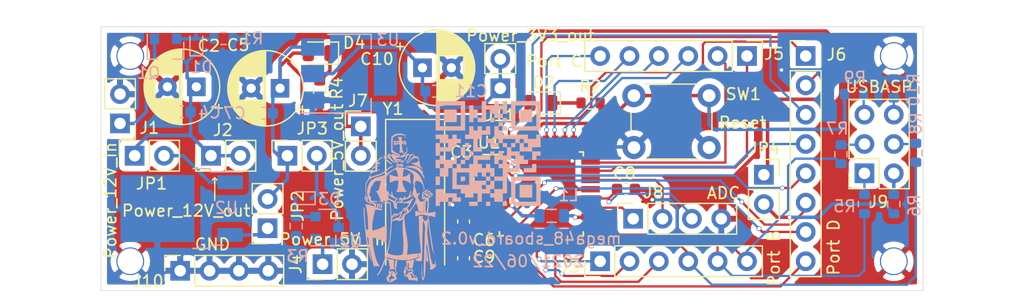
<source format=kicad_pcb>
(kicad_pcb (version 20171130) (host pcbnew "(5.1.7)-1")
  (title_block (title mega48_super_board) (date 2021-06-22) (rev v0.2) (comment 1 "Developers: piro.tex, mostovsky"))
  (layers (0 F.Cu signal) (31 B.Cu signal) (34 B.Paste user) (35 F.Paste user) (36 B.SilkS user) (37 F.SilkS user) (38 B.Mask user) (39 F.Mask user) (44 Edge.Cuts user))
  (net 0 "")
  (net 1 GND)
  (net 2 +5V)
  (net 3 "Net-(C2-Pad1)")
  (net 4 /XTAL1)
  (net 5 /AREF)
  (net 6 /XTAL2)
  (net 7 "Net-(C10-Pad1)")
  (net 8 "Net-(D1-Pad2)")
  (net 9 "Net-(D2-Pad1)")
  (net 10 "Net-(D3-Pad1)")
  (net 11 "Net-(D3-Pad2)")
  (net 12 "Net-(D4-Pad1)")
  (net 13 "Net-(J1-Pad1)")
  (net 14 /SCK)
  (net 15 /MISO)
  (net 16 /MOSI)
  (net 17 /PB2)
  (net 18 /PB1)
  (net 19 /PB0)
  (net 20 "Net-(J4-Pad1)")
  (net 21 /PC5)
  (net 22 /PC4)
  (net 23 /PC3)
  (net 24 /PC2)
  (net 25 /PC1)
  (net 26 /PC0)
  (net 27 /PD7)
  (net 28 /PD6)
  (net 29 /PD5)
  (net 30 /PD4)
  (net 31 /PD3)
  (net 32 /PD2)
  (net 33 /PD1)
  (net 34 /PD0)
  (net 35 /ADC7)
  (net 36 /ADC6)
  (net 37 "Net-(J9-Pad6)")
  (net 38 "Net-(J9-Pad5)")
  (net 39 "Net-(J9-Pad4)")
  (net 40 "Net-(J9-Pad3)")
  (net 41 "Net-(J9-Pad2)")
  (net 42 "Net-(J9-Pad1)")
  (net 43 "Net-(JP1-Pad2)")
  (net 44 "Net-(JP2-Pad1)")
  (net 45 "Net-(JP4-Pad2)")
  (net 46 "Net-(L1-Pad2)")
  (net 47 /RESET)
  (module mine:qr_code_front_10mm (layer B.Cu) (at 109.728 127.8255 180)
    (fp_text reference G*** hide)
    (fp_text value LOGO hide)
  )
  (module mine:knight_10x13mm (layer B.Cu) (at 102.0445 132.5245 180)
    (fp_text reference G*** hide)
    (fp_text value LOGO hide)
  )
  (module MountingHole:MountingHole_2.2mm_M2_Pad (layer F.Cu) (at 144.78 137.16)
    (fp_text reference REF**)
    (fp_text value MountingHole_2.2mm_M2_Pad)
    (pad 1 thru_hole circle (at 0 0) (size 2.4 2.4) (drill 2.2) (layers *.Cu *.Mask) (net 1 GND))
  )
  (module MountingHole:MountingHole_2.2mm_M2_Pad (layer F.Cu) (at 144.78 119.38)
    (fp_text reference REF**)
    (fp_text value MountingHole_2.2mm_M2_Pad)
    (pad 1 thru_hole circle (at 0 0) (size 2.4 2.4) (drill 2.2) (layers *.Cu *.Mask) (net 1 GND))
  )
  (module MountingHole:MountingHole_2.2mm_M2_Pad (layer F.Cu) (at 78.74 137.16)
    (fp_text reference REF**)
    (fp_text value MountingHole_2.2mm_M2_Pad)
    (pad 1 thru_hole circle (at 0 0) (size 2.4 2.4) (drill 2.2) (layers *.Cu *.Mask) (net 1 GND))
  )
  (module Connector_PinSocket_2.54mm:PinSocket_2x03_P2.54mm_Vertical (layer F.Cu) (at 142.24 129.54 180)
    (fp_text reference J9 (at -1.2065 -2.4765) (layer F.SilkS))
    (fp_text value USBASP (at -1.27 7.493) (layer F.SilkS))
    (pad 6 thru_hole oval (at -2.54 5.08 180) (size 1.7 1.7) (drill 1) (layers *.Cu *.Mask) (net 37 "Net-(J9-Pad6)"))
    (pad 5 thru_hole oval (at 0 5.08 180) (size 1.7 1.7) (drill 1) (layers *.Cu *.Mask) (net 38 "Net-(J9-Pad5)"))
    (pad 4 thru_hole oval (at -2.54 2.54 180) (size 1.7 1.7) (drill 1) (layers *.Cu *.Mask) (net 39 "Net-(J9-Pad4)"))
    (pad 3 thru_hole oval (at 0 2.54 180) (size 1.7 1.7) (drill 1) (layers *.Cu *.Mask) (net 40 "Net-(J9-Pad3)"))
    (pad 2 thru_hole oval (at -2.54 0 180) (size 1.7 1.7) (drill 1) (layers *.Cu *.Mask) (net 41 "Net-(J9-Pad2)"))
    (pad 1 thru_hole rect (at 0 0 180) (size 1.7 1.7) (drill 1) (layers *.Cu *.Mask) (net 42 "Net-(J9-Pad1)"))
  )
  (module Connector_PinHeader_2.54mm:PinHeader_1x08_P2.54mm_Vertical (layer F.Cu) (at 137.16 119.38)
    (fp_text reference J6 (at 2.667 -0.127) (layer F.SilkS))
    (fp_text value "Port D" (at 2.413 16.5735 90) (layer F.SilkS))
    (pad 8 thru_hole oval (at 0 17.78) (size 1.7 1.7) (drill 1) (layers *.Cu *.Mask) (net 27 /PD7))
    (pad 7 thru_hole oval (at 0 15.24) (size 1.7 1.7) (drill 1) (layers *.Cu *.Mask) (net 28 /PD6))
    (pad 6 thru_hole oval (at 0 12.7) (size 1.7 1.7) (drill 1) (layers *.Cu *.Mask) (net 29 /PD5))
    (pad 5 thru_hole oval (at 0 10.16) (size 1.7 1.7) (drill 1) (layers *.Cu *.Mask) (net 30 /PD4))
    (pad 4 thru_hole oval (at 0 7.62) (size 1.7 1.7) (drill 1) (layers *.Cu *.Mask) (net 31 /PD3))
    (pad 3 thru_hole oval (at 0 5.08) (size 1.7 1.7) (drill 1) (layers *.Cu *.Mask) (net 32 /PD2))
    (pad 2 thru_hole oval (at 0 2.54) (size 1.7 1.7) (drill 1) (layers *.Cu *.Mask) (net 33 /PD1))
    (pad 1 thru_hole rect (at 0 0) (size 1.7 1.7) (drill 1) (layers *.Cu *.Mask) (net 34 /PD0))
  )
  (module Connector_PinHeader_2.54mm:PinHeader_1x06_P2.54mm_Vertical (layer F.Cu) (at 132.08 119.38 270)
    (fp_text reference J5 (at -0.1905 -2.3495 180) (layer F.SilkS))
    (fp_text value "Port C" (at 0.4445 16.7005 180) (layer F.SilkS))
    (pad 6 thru_hole oval (at 0 12.7 270) (size 1.7 1.7) (drill 1) (layers *.Cu *.Mask) (net 21 /PC5))
    (pad 5 thru_hole oval (at 0 10.16 270) (size 1.7 1.7) (drill 1) (layers *.Cu *.Mask) (net 22 /PC4))
    (pad 4 thru_hole oval (at 0 7.62 270) (size 1.7 1.7) (drill 1) (layers *.Cu *.Mask) (net 23 /PC3))
    (pad 3 thru_hole oval (at 0 5.08 270) (size 1.7 1.7) (drill 1) (layers *.Cu *.Mask) (net 24 /PC2))
    (pad 2 thru_hole oval (at 0 2.54 270) (size 1.7 1.7) (drill 1) (layers *.Cu *.Mask) (net 25 /PC1))
    (pad 1 thru_hole rect (at 0 0 270) (size 1.7 1.7) (drill 1) (layers *.Cu *.Mask) (net 26 /PC0))
  )
  (module Connector_PinHeader_2.54mm:PinHeader_1x06_P2.54mm_Vertical (layer F.Cu) (at 119.38 137.16 90)
    (fp_text reference J3 (at -0.4445 -2.6035 180) (layer F.SilkS))
    (fp_text value "Port B" (at 0.254 15.03 90) (layer F.SilkS))
    (pad 6 thru_hole oval (at 0 12.7 90) (size 1.7 1.7) (drill 1) (layers *.Cu *.Mask) (net 14 /SCK))
    (pad 5 thru_hole oval (at 0 10.16 90) (size 1.7 1.7) (drill 1) (layers *.Cu *.Mask) (net 15 /MISO))
    (pad 4 thru_hole oval (at 0 7.62 90) (size 1.7 1.7) (drill 1) (layers *.Cu *.Mask) (net 16 /MOSI))
    (pad 3 thru_hole oval (at 0 5.08 90) (size 1.7 1.7) (drill 1) (layers *.Cu *.Mask) (net 17 /PB2))
    (pad 2 thru_hole oval (at 0 2.54 90) (size 1.7 1.7) (drill 1) (layers *.Cu *.Mask) (net 18 /PB1))
    (pad 1 thru_hole rect (at 0 0 90) (size 1.7 1.7) (drill 1) (layers *.Cu *.Mask) (net 19 /PB0))
  )
  (module MountingHole:MountingHole_2.2mm_M2_Pad (layer F.Cu) (at 78.74 119.38)
    (fp_text reference REF**)
    (fp_text value MountingHole_2.2mm_M2_Pad)
    (pad 1 thru_hole circle (at 0 0) (size 2.4 2.4) (drill 2.2) (layers *.Cu *.Mask) (net 1 GND))
  )
  (module Package_TO_SOT_SMD:TO-252-2 (layer B.Cu) (at 83.185 132.588 180)
    (fp_text reference U2 (at -3.8735 0.0635) (layer B.SilkS) (effects (justify mirror)))
    (fp_text value LM78M05_DPAK)
    (pad 2 smd rect (at 2.1 0 180) (size 6.4 5.8) (layers B.Cu B.Mask) (net 1 GND))
    (pad 3 smd rect (at -4.2 -2.28 180) (size 2.2 1.2) (layers B.Cu B.Paste B.Mask) (net 44 "Net-(JP2-Pad1)"))
    (pad 1 smd rect (at -4.2 2.28 180) (size 2.2 1.2) (layers B.Cu B.Paste B.Mask) (net 43 "Net-(JP1-Pad2)"))
  )
  (module Crystal:Crystal_SMD_HC49-SD (layer F.Cu) (at 103.378 131.572 270)
    (fp_text reference Y1 (at -7.62 1.905 180) (layer F.SilkS))
    (fp_text value HC49)
    (pad 2 smd rect (at 4.25 0 270) (size 4.5 2) (layers F.Cu F.Paste F.Mask) (net 6 /XTAL2))
    (pad 1 smd rect (at -4.25 0 270) (size 4.5 2) (layers F.Cu F.Paste F.Mask) (net 4 /XTAL1))
  )
  (module Package_TO_SOT_SMD:SOT-223 (layer B.Cu) (at 97.663 120.904)
    (fp_text reference U3 (at 3.3655 -2.921) (layer B.SilkS) (effects (justify mirror)))
    (fp_text value AZ1117-3.3)
    (pad 1 smd rect (at -3.15 2.3) (size 2 1.5) (layers B.Cu B.Paste B.Mask) (net 1 GND))
    (pad 3 smd rect (at -3.15 -2.3) (size 2 1.5) (layers B.Cu B.Paste B.Mask) (net 2 +5V))
    (pad 2 smd rect (at -3.15 0) (size 2 1.5) (layers B.Cu B.Paste B.Mask) (net 7 "Net-(C10-Pad1)"))
    (pad 4 smd rect (at 3.15 0) (size 2 3.8) (layers B.Cu B.Paste B.Mask))
  )
  (module Package_QFP:TQFP-32_7x7mm_P0.8mm (layer F.Cu) (at 114.3 131.318)
    (fp_text reference U1 (at -4.5085 -4.445) (layer F.SilkS))
    (fp_text value ATmega48-20AU)
    (pad 32 smd rect (at -2.8 -4.25 90) (size 1.6 0.55) (layers F.Cu F.Paste F.Mask) (net 32 /PD2))
    (pad 31 smd rect (at -2 -4.25 90) (size 1.6 0.55) (layers F.Cu F.Paste F.Mask) (net 33 /PD1))
    (pad 30 smd rect (at -1.2 -4.25 90) (size 1.6 0.55) (layers F.Cu F.Paste F.Mask) (net 34 /PD0))
    (pad 29 smd rect (at -0.4 -4.25 90) (size 1.6 0.55) (layers F.Cu F.Paste F.Mask) (net 47 /RESET))
    (pad 28 smd rect (at 0.4 -4.25 90) (size 1.6 0.55) (layers F.Cu F.Paste F.Mask) (net 21 /PC5))
    (pad 27 smd rect (at 1.2 -4.25 90) (size 1.6 0.55) (layers F.Cu F.Paste F.Mask) (net 22 /PC4))
    (pad 26 smd rect (at 2 -4.25 90) (size 1.6 0.55) (layers F.Cu F.Paste F.Mask) (net 23 /PC3))
    (pad 25 smd rect (at 2.8 -4.25 90) (size 1.6 0.55) (layers F.Cu F.Paste F.Mask) (net 24 /PC2))
    (pad 24 smd rect (at 4.25 -2.8) (size 1.6 0.55) (layers F.Cu F.Paste F.Mask) (net 25 /PC1))
    (pad 23 smd rect (at 4.25 -2) (size 1.6 0.55) (layers F.Cu F.Paste F.Mask) (net 26 /PC0))
    (pad 22 smd rect (at 4.25 -1.2) (size 1.6 0.55) (layers F.Cu F.Paste F.Mask) (net 35 /ADC7))
    (pad 21 smd rect (at 4.25 -0.4) (size 1.6 0.55) (layers F.Cu F.Paste F.Mask) (net 1 GND))
    (pad 20 smd rect (at 4.25 0.4) (size 1.6 0.55) (layers F.Cu F.Paste F.Mask) (net 5 /AREF))
    (pad 19 smd rect (at 4.25 1.2) (size 1.6 0.55) (layers F.Cu F.Paste F.Mask) (net 36 /ADC6))
    (pad 18 smd rect (at 4.25 2) (size 1.6 0.55) (layers F.Cu F.Paste F.Mask) (net 46 "Net-(L1-Pad2)"))
    (pad 17 smd rect (at 4.25 2.8) (size 1.6 0.55) (layers F.Cu F.Paste F.Mask) (net 14 /SCK))
    (pad 16 smd rect (at 2.8 4.25 90) (size 1.6 0.55) (layers F.Cu F.Paste F.Mask) (net 15 /MISO))
    (pad 15 smd rect (at 2 4.25 90) (size 1.6 0.55) (layers F.Cu F.Paste F.Mask) (net 16 /MOSI))
    (pad 14 smd rect (at 1.2 4.25 90) (size 1.6 0.55) (layers F.Cu F.Paste F.Mask) (net 17 /PB2))
    (pad 13 smd rect (at 0.4 4.25 90) (size 1.6 0.55) (layers F.Cu F.Paste F.Mask) (net 18 /PB1))
    (pad 12 smd rect (at -0.4 4.25 90) (size 1.6 0.55) (layers F.Cu F.Paste F.Mask) (net 19 /PB0))
    (pad 11 smd rect (at -1.2 4.25 90) (size 1.6 0.55) (layers F.Cu F.Paste F.Mask) (net 27 /PD7))
    (pad 10 smd rect (at -2 4.25 90) (size 1.6 0.55) (layers F.Cu F.Paste F.Mask) (net 28 /PD6))
    (pad 9 smd rect (at -2.8 4.25 90) (size 1.6 0.55) (layers F.Cu F.Paste F.Mask) (net 29 /PD5))
    (pad 8 smd rect (at -4.25 2.8) (size 1.6 0.55) (layers F.Cu F.Paste F.Mask) (net 6 /XTAL2))
    (pad 7 smd rect (at -4.25 2) (size 1.6 0.55) (layers F.Cu F.Paste F.Mask) (net 4 /XTAL1))
    (pad 6 smd rect (at -4.25 1.2) (size 1.6 0.55) (layers F.Cu F.Paste F.Mask) (net 2 +5V))
    (pad 5 smd rect (at -4.25 0.4) (size 1.6 0.55) (layers F.Cu F.Paste F.Mask) (net 1 GND))
    (pad 4 smd rect (at -4.25 -0.4) (size 1.6 0.55) (layers F.Cu F.Paste F.Mask) (net 2 +5V))
    (pad 3 smd rect (at -4.25 -1.2) (size 1.6 0.55) (layers F.Cu F.Paste F.Mask) (net 1 GND))
    (pad 2 smd rect (at -4.25 -2) (size 1.6 0.55) (layers F.Cu F.Paste F.Mask) (net 30 /PD4))
    (pad 1 smd rect (at -4.25 -2.8) (size 1.6 0.55) (layers F.Cu F.Paste F.Mask) (net 31 /PD3))
  )
  (module Button_Switch_THT:SW_PUSH_6mm (layer F.Cu) (at 122.301 122.809)
    (fp_text reference SW1 (at 9.4615 -0.127) (layer F.SilkS))
    (fp_text value Reset (at 9.398 2.3495) (layer F.SilkS))
    (pad 1 thru_hole circle (at 6.5 0 90) (size 2 2) (drill 1.1) (layers *.Cu *.Mask) (net 47 /RESET))
    (pad 2 thru_hole circle (at 6.5 4.5 90) (size 2 2) (drill 1.1) (layers *.Cu *.Mask) (net 1 GND))
    (pad 1 thru_hole circle (at 0 0 90) (size 2 2) (drill 1.1) (layers *.Cu *.Mask) (net 47 /RESET))
    (pad 2 thru_hole circle (at 0 4.5 90) (size 2 2) (drill 1.1) (layers *.Cu *.Mask) (net 1 GND))
  )
  (module Resistor_SMD:R_0603_1608Metric (layer B.Cu) (at 146.685 127.762 270)
    (fp_text reference R8 (at -2.54 0 90) (layer B.SilkS) (effects (justify mirror)))
    (fp_text value 10R)
    (pad 2 smd roundrect (at 0.825 0 270) (size 0.8 0.95) (layers B.Cu B.Paste B.Mask) (net 16 /MOSI))
    (pad 1 smd roundrect (at -0.825 0 270) (size 0.8 0.95) (layers B.Cu B.Paste B.Mask) (net 39 "Net-(J9-Pad4)"))
  )
  (module Resistor_SMD:R_0603_1608Metric (layer B.Cu) (at 140.208 127.889 270)
    (fp_text reference R7 (at -2.2225 0.3175 180) (layer B.SilkS) (effects (justify mirror)))
    (fp_text value 10R)
    (pad 2 smd roundrect (at 0.825 0 270) (size 0.8 0.95) (layers B.Cu B.Paste B.Mask) (net 14 /SCK))
    (pad 1 smd roundrect (at -0.825 0 270) (size 0.8 0.95) (layers B.Cu B.Paste B.Mask) (net 40 "Net-(J9-Pad3)"))
  )
  (module Resistor_SMD:R_0603_1608Metric (layer B.Cu) (at 144.78 122.174 90)
    (fp_text reference R10 (at -0.127 1.7145 90) (layer B.SilkS) (effects (justify mirror)))
    (fp_text value 1R8)
    (pad 2 smd roundrect (at 0.825 0 90) (size 0.8 0.95) (layers B.Cu B.Paste B.Mask) (net 1 GND))
    (pad 1 smd roundrect (at -0.825 0 90) (size 0.8 0.95) (layers B.Cu B.Paste B.Mask) (net 37 "Net-(J9-Pad6)"))
  )
  (module Resistor_SMD:R_0603_1608Metric (layer B.Cu) (at 141.351 122.682 180)
    (fp_text reference R9 (at -0.0635 1.43) (layer B.SilkS) (effects (justify mirror)))
    (fp_text value 10R)
    (pad 2 smd roundrect (at 0.825 0 180) (size 0.8 0.95) (layers B.Cu B.Paste B.Mask) (net 47 /RESET))
    (pad 1 smd roundrect (at -0.825 0 180) (size 0.8 0.95) (layers B.Cu B.Paste B.Mask) (net 38 "Net-(J9-Pad5)"))
  )
  (module Resistor_SMD:R_0603_1608Metric (layer B.Cu) (at 142.24 132.207 270)
    (fp_text reference R5 (at 0.1905 1.7145 180) (layer B.SilkS) (effects (justify mirror)))
    (fp_text value 10R)
    (pad 2 smd roundrect (at 0.825 0 270) (size 0.8 0.95) (layers B.Cu B.Paste B.Mask) (net 15 /MISO))
    (pad 1 smd roundrect (at -0.825 0 270) (size 0.8 0.95) (layers B.Cu B.Paste B.Mask) (net 42 "Net-(J9-Pad1)"))
  )
  (module Resistor_SMD:R_0603_1608Metric (layer B.Cu) (at 144.78 132.207 270)
    (fp_text reference R6 (at 0.127 -1.778 270) (layer B.SilkS) (effects (justify mirror)))
    (fp_text value 1R8)
    (pad 2 smd roundrect (at 0.825 0 270) (size 0.8 0.95) (layers B.Cu B.Paste B.Mask) (net 45 "Net-(JP4-Pad2)"))
    (pad 1 smd roundrect (at -0.825 0 270) (size 0.8 0.95) (layers B.Cu B.Paste B.Mask) (net 41 "Net-(J9-Pad2)"))
  )
  (module Resistor_SMD:R_0603_1608Metric (layer F.Cu) (at 95.123 122.365 270)
    (fp_text reference R4 (at -0.191 -1.4605 90) (layer F.SilkS))
    (fp_text value 3k3)
    (pad 2 smd roundrect (at 0.825 0 270) (size 0.8 0.95) (layers F.Cu F.Paste F.Mask) (net 1 GND))
    (pad 1 smd roundrect (at -0.825 0 270) (size 0.8 0.95) (layers F.Cu F.Paste F.Mask) (net 12 "Net-(D4-Pad1)"))
  )
  (module Resistor_SMD:R_0603_1608Metric (layer B.Cu) (at 93.091 134.112 270)
    (fp_text reference R3 (at 2.6035 -0.127 180) (layer B.SilkS) (effects (justify mirror)))
    (fp_text value 10k)
    (pad 2 smd roundrect (at 0.825 0 270) (size 0.8 0.95) (layers B.Cu B.Paste B.Mask) (net 1 GND))
    (pad 1 smd roundrect (at -0.825 0 270) (size 0.8 0.95) (layers B.Cu B.Paste B.Mask) (net 11 "Net-(D3-Pad2)"))
  )
  (module Resistor_SMD:R_0603_1608Metric (layer F.Cu) (at 118.554 123.444)
    (fp_text reference R2 (at 0 -1.43) (layer F.SilkS))
    (fp_text value 3k3)
    (pad 2 smd roundrect (at 0.825 0) (size 0.8 0.95) (layers F.Cu F.Paste F.Mask) (net 47 /RESET))
    (pad 1 smd roundrect (at -0.825 0) (size 0.8 0.95) (layers F.Cu F.Paste F.Mask) (net 9 "Net-(D2-Pad1)"))
  )
  (module Resistor_SMD:R_0603_1608Metric (layer B.Cu) (at 86.804 117.856)
    (fp_text reference R1 (at 2.477 0) (layer B.SilkS) (effects (justify mirror)))
    (fp_text value 10k)
    (pad 2 smd roundrect (at 0.825 0) (size 0.8 0.95) (layers B.Cu B.Paste B.Mask) (net 1 GND))
    (pad 1 smd roundrect (at -0.825 0) (size 0.8 0.95) (layers B.Cu B.Paste B.Mask) (net 8 "Net-(D1-Pad2)"))
  )
  (module Package_TO_SOT_SMD:SOT-23 (layer B.Cu) (at 95.758 134.239)
    (fp_text reference Q2 (at 2.032 1.2065) (layer B.SilkS) (effects (justify mirror)))
    (fp_text value p_channel)
    (pad 3 smd rect (at 1 0) (size 0.9 0.8) (layers B.Cu B.Paste B.Mask) (net 10 "Net-(D3-Pad1)"))
    (pad 2 smd rect (at -1 -0.95) (size 0.9 0.8) (layers B.Cu B.Paste B.Mask) (net 11 "Net-(D3-Pad2)"))
    (pad 1 smd rect (at -1 0.95) (size 0.9 0.8) (layers B.Cu B.Paste B.Mask) (net 20 "Net-(J4-Pad1)"))
  )
  (module Package_TO_SOT_SMD:SOT-23 (layer B.Cu) (at 81.788 118.888 270)
    (fp_text reference Q1 (at 1.9525 1.4605 180) (layer B.SilkS) (effects (justify mirror)))
    (fp_text value p_channel)
    (pad 3 smd rect (at 1 0 270) (size 0.9 0.8) (layers B.Cu B.Paste B.Mask) (net 3 "Net-(C2-Pad1)"))
    (pad 2 smd rect (at -1 -0.95 270) (size 0.9 0.8) (layers B.Cu B.Paste B.Mask) (net 8 "Net-(D1-Pad2)"))
    (pad 1 smd rect (at -1 0.95 270) (size 0.9 0.8) (layers B.Cu B.Paste B.Mask) (net 13 "Net-(J1-Pad1)"))
  )
  (module Inductor_SMD:L_0805_2012Metric (layer B.Cu) (at 115.189 133.223)
    (fp_text reference L1 (at 1.4605 -1.778 180) (layer B.SilkS) (effects (justify mirror)))
    (fp_text value 10u)
    (pad 2 smd roundrect (at 1.0625 0) (size 0.875 1.2) (layers B.Cu B.Paste B.Mask) (net 46 "Net-(L1-Pad2)"))
    (pad 1 smd roundrect (at -1.0625 0) (size 0.875 1.2) (layers B.Cu B.Paste B.Mask) (net 2 +5V))
  )
  (module Connector_PinSocket_2.54mm:PinSocket_1x02_P2.54mm_Vertical (layer F.Cu) (at 133.5405 129.667)
    (fp_text reference JP4 (at 0.0635 -2.286) (layer F.SilkS))
    (fp_text value Jumper_NO_Small)
    (pad 2 thru_hole oval (at 0 2.54) (size 1.7 1.7) (drill 1) (layers *.Cu *.Mask) (net 45 "Net-(JP4-Pad2)"))
    (pad 1 thru_hole rect (at 0 0) (size 1.7 1.7) (drill 1) (layers *.Cu *.Mask) (net 2 +5V))
  )
  (module Connector_PinSocket_2.54mm:PinSocket_1x02_P2.54mm_Vertical (layer F.Cu) (at 92.329 128.016 90)
    (fp_text reference JP3 (at 2.3495 2.159 180) (layer F.SilkS))
    (fp_text value Jumper_NO_Small)
    (pad 2 thru_hole oval (at 0 2.54 90) (size 1.7 1.7) (drill 1) (layers *.Cu *.Mask) (net 10 "Net-(D3-Pad1)"))
    (pad 1 thru_hole rect (at 0 0 90) (size 1.7 1.7) (drill 1) (layers *.Cu *.Mask) (net 2 +5V))
  )
  (module Connector_PinSocket_2.54mm:PinSocket_1x02_P2.54mm_Vertical (layer F.Cu) (at 90.6145 134.3025 180)
    (fp_text reference JP2 (at -2.6035 1.905 90) (layer F.SilkS))
    (fp_text value Jumper_NO_Small)
    (pad 2 thru_hole oval (at 0 2.54 180) (size 1.7 1.7) (drill 1) (layers *.Cu *.Mask) (net 2 +5V))
    (pad 1 thru_hole rect (at 0 0 180) (size 1.7 1.7) (drill 1) (layers *.Cu *.Mask) (net 44 "Net-(JP2-Pad1)"))
  )
  (module Connector_PinSocket_2.54mm:PinSocket_1x02_P2.54mm_Vertical (layer F.Cu) (at 79.121 128.016 90)
    (fp_text reference JP1 (at -2.413 1.4605 180) (layer F.SilkS))
    (fp_text value Jumper_NO_Small)
    (pad 2 thru_hole oval (at 0 2.54 90) (size 1.7 1.7) (drill 1) (layers *.Cu *.Mask) (net 43 "Net-(JP1-Pad2)"))
    (pad 1 thru_hole rect (at 0 0 90) (size 1.7 1.7) (drill 1) (layers *.Cu *.Mask) (net 3 "Net-(C2-Pad1)"))
  )
  (module Connector_PinHeader_2.54mm:PinHeader_1x02_P2.54mm_Vertical (layer F.Cu) (at 110.744 122.174 180)
    (fp_text reference J11 (at 0 -2.33) (layer F.SilkS))
    (fp_text value Power_3V3_out (at -2.6035 4.572) (layer F.SilkS))
    (pad 2 thru_hole oval (at 0 2.54 180) (size 1.7 1.7) (drill 1) (layers *.Cu *.Mask) (net 7 "Net-(C10-Pad1)"))
    (pad 1 thru_hole rect (at 0 0 180) (size 1.7 1.7) (drill 1) (layers *.Cu *.Mask) (net 7 "Net-(C10-Pad1)"))
  )
  (module Connector_PinSocket_2.54mm:PinSocket_1x04_P2.54mm_Vertical (layer F.Cu) (at 83.058 137.9855 90)
    (fp_text reference J10 (at -0.889 -2.77 180) (layer F.SilkS))
    (fp_text value GND (at 2.286 2.794 180) (layer F.SilkS))
    (pad 4 thru_hole oval (at 0 7.62 90) (size 1.7 1.7) (drill 1) (layers *.Cu *.Mask) (net 1 GND))
    (pad 3 thru_hole oval (at 0 5.08 90) (size 1.7 1.7) (drill 1) (layers *.Cu *.Mask) (net 1 GND))
    (pad 2 thru_hole oval (at 0 2.54 90) (size 1.7 1.7) (drill 1) (layers *.Cu *.Mask) (net 1 GND))
    (pad 1 thru_hole rect (at 0 0 90) (size 1.7 1.7) (drill 1) (layers *.Cu *.Mask) (net 1 GND))
  )
  (module Connector_PinSocket_2.54mm:PinSocket_1x04_P2.54mm_Vertical (layer F.Cu) (at 122.2375 133.477 90)
    (fp_text reference J8 (at 2.286 1.778 180) (layer F.SilkS))
    (fp_text value ADC (at 2.2225 7.8105 180) (layer F.SilkS))
    (pad 4 thru_hole oval (at 0 7.62 90) (size 1.7 1.7) (drill 1) (layers *.Cu *.Mask) (net 1 GND))
    (pad 3 thru_hole oval (at 0 5.08 90) (size 1.7 1.7) (drill 1) (layers *.Cu *.Mask) (net 5 /AREF))
    (pad 2 thru_hole oval (at 0 2.54 90) (size 1.7 1.7) (drill 1) (layers *.Cu *.Mask) (net 35 /ADC7))
    (pad 1 thru_hole rect (at 0 0 90) (size 1.7 1.7) (drill 1) (layers *.Cu *.Mask) (net 36 /ADC6))
  )
  (module Connector_PinHeader_2.54mm:PinHeader_1x02_P2.54mm_Vertical (layer F.Cu) (at 98.679 125.476)
    (fp_text reference J7 (at -0.254 -2.2225) (layer F.SilkS))
    (fp_text value Power_5V_out (at -2.032 3.1115 90) (layer F.SilkS))
    (pad 2 thru_hole oval (at 0 2.54) (size 1.7 1.7) (drill 1) (layers *.Cu *.Mask) (net 2 +5V))
    (pad 1 thru_hole rect (at 0 0) (size 1.7 1.7) (drill 1) (layers *.Cu *.Mask) (net 2 +5V))
  )
  (module Connector_PinHeader_2.54mm:PinHeader_1x02_P2.54mm_Vertical (layer F.Cu) (at 95.377 137.414 90)
    (fp_text reference J4 (at 0 -2.33 90) (layer F.SilkS))
    (fp_text value Power_5V_in (at 2.159 0.8255 180) (layer F.SilkS))
    (pad 2 thru_hole oval (at 0 2.54 90) (size 1.7 1.7) (drill 1) (layers *.Cu *.Mask) (net 1 GND))
    (pad 1 thru_hole rect (at 0 0 90) (size 1.7 1.7) (drill 1) (layers *.Cu *.Mask) (net 20 "Net-(J4-Pad1)"))
  )
  (module Connector_PinHeader_2.54mm:PinHeader_1x02_P2.54mm_Vertical (layer F.Cu) (at 85.725 128.016 90)
    (fp_text reference J2 (at 2.2225 1.016 180) (layer F.SilkS))
    (fp_text value Power_12V_out (at -4.7625 -2.159 180) (layer F.SilkS))
    (pad 2 thru_hole oval (at 0 2.54 90) (size 1.7 1.7) (drill 1) (layers *.Cu *.Mask) (net 3 "Net-(C2-Pad1)"))
    (pad 1 thru_hole rect (at 0 0 90) (size 1.7 1.7) (drill 1) (layers *.Cu *.Mask) (net 3 "Net-(C2-Pad1)"))
  )
  (module Connector_PinHeader_2.54mm:PinHeader_1x02_P2.54mm_Vertical (layer F.Cu) (at 77.851 125.222 180)
    (fp_text reference J1 (at -2.54 -0.381) (layer F.SilkS))
    (fp_text value Power_12V_in (at 0.8255 -6.6675 90) (layer F.SilkS))
    (pad 2 thru_hole oval (at 0 2.54 180) (size 1.7 1.7) (drill 1) (layers *.Cu *.Mask) (net 1 GND))
    (pad 1 thru_hole rect (at 0 0 180) (size 1.7 1.7) (drill 1) (layers *.Cu *.Mask) (net 13 "Net-(J1-Pad1)"))
  )
  (module Diode_SMD:D_0805_2012Metric (layer F.Cu) (at 95.0745 119.126 180)
    (fp_text reference D4 (at -3.033 0.889) (layer F.SilkS))
    (fp_text value LED)
    (pad 2 smd roundrect (at 0.9375 0 180) (size 0.975 1.4) (layers F.Cu F.Paste F.Mask) (net 2 +5V))
    (pad 1 smd roundrect (at -0.9375 0 180) (size 0.975 1.4) (layers F.Cu F.Paste F.Mask) (net 12 "Net-(D4-Pad1)"))
  )
  (module Diode_SMD:D_SC-80 (layer B.Cu) (at 93.726 131.699 180)
    (fp_text reference D3 (at -2.2225 -0.0635) (layer B.SilkS) (effects (justify mirror)))
    (fp_text value BZX84Cxx)
    (pad 1 smd rect (at -0.725 0 180) (size 0.35 0.35) (layers B.Cu B.Paste B.Mask) (net 10 "Net-(D3-Pad1)"))
    (pad 2 smd rect (at 0.725 0 180) (size 0.35 0.35) (layers B.Cu B.Paste B.Mask) (net 11 "Net-(D3-Pad2)"))
  )
  (module Diode_SMD:D_0805_2012Metric (layer F.Cu) (at 114.2515 123.444 180)
    (fp_text reference D2 (at -0.239 1.778) (layer F.SilkS))
    (fp_text value LED)
    (pad 2 smd roundrect (at 0.9375 0 180) (size 0.975 1.4) (layers F.Cu F.Paste F.Mask) (net 2 +5V))
    (pad 1 smd roundrect (at -0.9375 0 180) (size 0.975 1.4) (layers F.Cu F.Paste F.Mask) (net 9 "Net-(D2-Pad1)"))
  )
  (module Diode_SMD:D_SC-80 (layer B.Cu) (at 84.455 118.364 90)
    (fp_text reference D1 (at -1.9685 0.4445 180) (layer B.SilkS) (effects (justify mirror)))
    (fp_text value BZX84Cxx)
    (pad 1 smd rect (at -0.725 0 90) (size 0.35 0.35) (layers B.Cu B.Paste B.Mask) (net 3 "Net-(C2-Pad1)"))
    (pad 2 smd rect (at 0.725 0 90) (size 0.35 0.35) (layers B.Cu B.Paste B.Mask) (net 8 "Net-(D1-Pad2)"))
  )
  (module Capacitor_SMD:C_0603_1608Metric (layer B.Cu) (at 105.029 122.428)
    (fp_text reference C11 (at 3.175 0) (layer B.SilkS) (effects (justify mirror)))
    (fp_text value 100n)
    (pad 2 smd roundrect (at 0.775 0) (size 0.9 0.95) (layers B.Cu B.Paste B.Mask) (net 1 GND))
    (pad 1 smd roundrect (at -0.775 0) (size 0.9 0.95) (layers B.Cu B.Paste B.Mask) (net 7 "Net-(C10-Pad1)"))
  )
  (module Capacitor_THT:CP_Radial_D6.3mm_P2.50mm (layer F.Cu) (at 104.013 120.396)
    (fp_text reference C10 (at -3.937 -0.762) (layer F.SilkS))
    (fp_text value 220u)
    (pad 2 thru_hole circle (at 2.5 0) (size 1.6 1.6) (drill 0.8) (layers *.Cu *.Mask) (net 1 GND))
    (pad 1 thru_hole rect (at 0 0) (size 1.6 1.6) (drill 0.8) (layers *.Cu *.Mask) (net 7 "Net-(C10-Pad1)"))
  )
  (module Capacitor_SMD:C_0603_1608Metric (layer F.Cu) (at 107.569 136.906 270)
    (fp_text reference C9 (at -0.127 -1.778 180) (layer F.SilkS))
    (fp_text value 22p)
    (pad 2 smd roundrect (at 0.775 0 270) (size 0.9 0.95) (layers F.Cu F.Paste F.Mask) (net 1 GND))
    (pad 1 smd roundrect (at -0.775 0 270) (size 0.9 0.95) (layers F.Cu F.Paste F.Mask) (net 6 /XTAL2))
  )
  (module Capacitor_SMD:C_0603_1608Metric (layer F.Cu) (at 121.6155 130.9116)
    (fp_text reference C8 (at -0.14 -1.3716) (layer F.SilkS))
    (fp_text value 100n)
    (pad 2 smd roundrect (at 0.775 0) (size 0.9 0.95) (layers F.Cu F.Paste F.Mask) (net 1 GND))
    (pad 1 smd roundrect (at -0.775 0) (size 0.9 0.95) (layers F.Cu F.Paste F.Mask) (net 5 /AREF))
  )
  (module Capacitor_SMD:C_0603_1608Metric (layer B.Cu) (at 90.297 124.333 180)
    (fp_text reference C7 (at 2.54 0) (layer B.SilkS) (effects (justify mirror)))
    (fp_text value 100n)
    (pad 2 smd roundrect (at 0.775 0 180) (size 0.9 0.95) (layers B.Cu B.Paste B.Mask) (net 1 GND))
    (pad 1 smd roundrect (at -0.775 0 180) (size 0.9 0.95) (layers B.Cu B.Paste B.Mask) (net 2 +5V))
  )
  (module Capacitor_SMD:C_0603_1608Metric (layer F.Cu) (at 107.569 133.718 90)
    (fp_text reference C6 (at -1.6005 1.778 180) (layer F.SilkS))
    (fp_text value 22p)
    (pad 2 smd roundrect (at 0.775 0 90) (size 0.9 0.95) (layers F.Cu F.Paste F.Mask) (net 1 GND))
    (pad 1 smd roundrect (at -0.775 0 90) (size 0.9 0.95) (layers F.Cu F.Paste F.Mask) (net 4 /XTAL1))
  )
  (module Capacitor_THT:CP_Radial_D6.3mm_P2.50mm (layer F.Cu) (at 91.694 122.174 180)
    (fp_text reference C5 (at 3.6195 3.7465) (layer F.SilkS))
    (fp_text value 220u)
    (pad 2 thru_hole circle (at 2.5 0 180) (size 1.6 1.6) (drill 0.8) (layers *.Cu *.Mask) (net 1 GND))
    (pad 1 thru_hole rect (at 0 0 180) (size 1.6 1.6) (drill 0.8) (layers *.Cu *.Mask) (net 2 +5V))
  )
  (module Capacitor_SMD:C_0603_1608Metric (layer B.Cu) (at 83.185 124.206 180)
    (fp_text reference C4 (at -2.413 -0.0635) (layer B.SilkS) (effects (justify mirror)))
    (fp_text value 100n)
    (pad 2 smd roundrect (at 0.775 0 180) (size 0.9 0.95) (layers B.Cu B.Paste B.Mask) (net 1 GND))
    (pad 1 smd roundrect (at -0.775 0 180) (size 0.9 0.95) (layers B.Cu B.Paste B.Mask) (net 3 "Net-(C2-Pad1)"))
  )
  (module Capacitor_SMD:C_0603_1608Metric (layer F.Cu) (at 107.95 130.048 90)
    (fp_text reference C3 (at 2.3495 -0.5715) (layer F.SilkS))
    (fp_text value 100n)
    (pad 2 smd roundrect (at 0.775 0 90) (size 0.9 0.95) (layers F.Cu F.Paste F.Mask) (net 1 GND))
    (pad 1 smd roundrect (at -0.775 0 90) (size 0.9 0.95) (layers F.Cu F.Paste F.Mask) (net 2 +5V))
  )
  (module Capacitor_THT:CP_Radial_D6.3mm_P2.50mm (layer F.Cu) (at 84.455 122.047 180)
    (fp_text reference C2 (at -1.0795 3.556) (layer F.SilkS))
    (fp_text value 220u)
    (pad 2 thru_hole circle (at 2.5 0 180) (size 1.6 1.6) (drill 0.8) (layers *.Cu *.Mask) (net 1 GND))
    (pad 1 thru_hole rect (at 0 0 180) (size 1.6 1.6) (drill 0.8) (layers *.Cu *.Mask) (net 3 "Net-(C2-Pad1)"))
  )
  (gr_text 2021/06/22 (at 113.157 137.16) (layer B.SilkS) (effects (font (size 1 1)) (justify mirror)))
  (gr_text mega48_sboard_v0.2 (at 113.411 135.1915) (layer B.SilkS) (effects (font (size 1 1)) (justify mirror)))
  (gr_line (start 86.0425 129.921) (end 86.233 130.1115) (layer F.SilkS) (width 0.12))
  (gr_line (start 86.0425 129.921) (end 85.852 130.1115) (layer F.SilkS) (width 0.12))
  (gr_line (start 86.0425 131.8895) (end 86.0425 129.921) (layer F.SilkS) (width 0.12))
  (gr_line (start 147.32 139.7) (end 147.32 116.84) (layer Edge.Cuts) (width 0.05))
  (gr_line (start 76.2 139.7) (end 147.32 139.7) (layer Edge.Cuts) (width 0.05))
  (gr_line (start 76.2 116.84) (end 76.2 139.7) (layer Edge.Cuts) (width 0.05))
  (gr_line (start 147.32 116.84) (end 76.2 116.84) (layer Edge.Cuts) (width 0.05))
  (segment (start 118.55 130.918) (end 117.45 130.918) (width 0.3) (layer F.Cu) (net 1))
  (via (at 116.967 128.4685) (size 0.4) (drill 0.3) (layers F.Cu B.Cu) (net 1))
  (segment (start 116.967 130.435) (end 116.967 128.4685) (width 0.3) (layer F.Cu) (net 1))
  (segment (start 122.246 127.254) (end 122.301 127.309) (width 0.3) (layer B.Cu) (net 1))
  (segment (start 118.1815 127.254) (end 122.246 127.254) (width 0.3) (layer B.Cu) (net 1))
  (segment (start 116.967 128.4685) (end 118.1815 127.254) (width 0.3) (layer B.Cu) (net 1))
  (segment (start 117.45 130.918) (end 116.967 130.435) (width 0.3) (layer F.Cu) (net 1))
  (via (at 135.0645 120.5865) (size 0.4) (drill 0.3) (layers F.Cu B.Cu) (net 1))
  (segment (start 143.5735 120.5865) (end 144.78 119.38) (width 0.3) (layer B.Cu) (net 1))
  (segment (start 135.0645 120.5865) (end 143.5735 120.5865) (width 0.3) (layer B.Cu) (net 1))
  (via (at 106.6165 128.27) (size 0.4) (drill 0.3) (layers F.Cu B.Cu) (net 1))
  (segment (start 107.6325 127.254) (end 106.6165 128.27) (width 0.3) (layer B.Cu) (net 1))
  (segment (start 118.1815 127.254) (end 107.6325 127.254) (width 0.3) (layer B.Cu) (net 1))
  (segment (start 106.947 128.27) (end 107.95 129.273) (width 0.3) (layer F.Cu) (net 1))
  (segment (start 106.6165 128.27) (end 106.947 128.27) (width 0.3) (layer F.Cu) (net 1))
  (via (at 106.6165 132.2705) (size 0.4) (drill 0.3) (layers F.Cu B.Cu) (net 1))
  (segment (start 106.6165 128.27) (end 106.6165 132.2705) (width 0.3) (layer B.Cu) (net 1))
  (segment (start 106.6165 132.2705) (end 106.6165 132.7785) (width 0.3) (layer F.Cu) (net 1))
  (segment (start 106.781 132.943) (end 107.569 132.943) (width 0.3) (layer F.Cu) (net 1))
  (segment (start 106.6165 132.7785) (end 106.781 132.943) (width 0.3) (layer F.Cu) (net 1))
  (segment (start 108.795 130.118) (end 110.05 130.118) (width 0.3) (layer F.Cu) (net 1))
  (segment (start 107.95 129.273) (end 108.795 130.118) (width 0.3) (layer F.Cu) (net 1))
  (segment (start 108.794 131.718) (end 107.569 132.943) (width 0.3) (layer F.Cu) (net 1))
  (segment (start 110.05 131.718) (end 108.794 131.718) (width 0.3) (layer F.Cu) (net 1))
  (segment (start 130.175 130.55741) (end 130.175 133.477) (width 0.3) (layer F.Cu) (net 1))
  (segment (start 133.280001 127.452409) (end 130.175 130.55741) (width 0.3) (layer F.Cu) (net 1))
  (segment (start 133.280001 122.370999) (end 133.280001 127.452409) (width 0.3) (layer F.Cu) (net 1))
  (segment (start 135.0645 120.5865) (end 133.280001 122.370999) (width 0.3) (layer F.Cu) (net 1))
  (via (at 123.8885 131.826) (size 0.4) (drill 0.3) (layers F.Cu B.Cu) (net 1))
  (segment (start 122.3905 131.0005) (end 123.216 131.826) (width 0.3) (layer F.Cu) (net 1))
  (segment (start 123.216 131.826) (end 123.8885 131.826) (width 0.3) (layer F.Cu) (net 1))
  (segment (start 129.8575 134.874) (end 129.8575 133.477) (width 0.3) (layer B.Cu) (net 1))
  (segment (start 129.6035 135.128) (end 129.8575 134.874) (width 0.3) (layer B.Cu) (net 1))
  (segment (start 126.492 135.128) (end 129.6035 135.128) (width 0.3) (layer B.Cu) (net 1))
  (segment (start 126.0475 134.6835) (end 126.492 135.128) (width 0.3) (layer B.Cu) (net 1))
  (segment (start 126.0475 132.52591) (end 126.0475 134.6835) (width 0.3) (layer B.Cu) (net 1))
  (segment (start 125.34759 131.826) (end 126.0475 132.52591) (width 0.3) (layer B.Cu) (net 1))
  (segment (start 123.8885 131.826) (end 125.34759 131.826) (width 0.3) (layer B.Cu) (net 1))
  (segment (start 92.329 128.016) (end 91.567 128.016) (width 0.3) (layer B.Cu) (net 2))
  (segment (start 91.072 127.521) (end 91.072 124.333) (width 0.3) (layer B.Cu) (net 2))
  (segment (start 91.567 128.016) (end 91.072 127.521) (width 0.3) (layer B.Cu) (net 2))
  (segment (start 91.072 122.796) (end 91.694 122.174) (width 0.3) (layer B.Cu) (net 2))
  (segment (start 91.072 124.333) (end 91.072 122.796) (width 0.3) (layer B.Cu) (net 2))
  (segment (start 91.694 122.174) (end 91.694 119.634) (width 0.3) (layer B.Cu) (net 2))
  (segment (start 92.724 118.604) (end 94.513 118.604) (width 0.3) (layer B.Cu) (net 2))
  (segment (start 91.694 119.634) (end 92.724 118.604) (width 0.3) (layer B.Cu) (net 2))
  (segment (start 91.694 122.174) (end 91.694 120.269) (width 0.3) (layer F.Cu) (net 2))
  (segment (start 92.837 119.126) (end 94.137 119.126) (width 0.3) (layer F.Cu) (net 2))
  (segment (start 91.694 120.269) (end 92.456 119.507) (width 0.3) (layer F.Cu) (net 2))
  (segment (start 92.456 119.507) (end 92.837 119.126) (width 0.3) (layer F.Cu) (net 2))
  (segment (start 93.599 121.158) (end 93.599 124.587) (width 0.3) (layer F.Cu) (net 2))
  (segment (start 92.456 120.015) (end 93.599 121.158) (width 0.3) (layer F.Cu) (net 2))
  (segment (start 93.599 124.587) (end 94.488 125.476) (width 0.3) (layer F.Cu) (net 2))
  (segment (start 92.456 119.507) (end 92.456 120.015) (width 0.3) (layer F.Cu) (net 2))
  (segment (start 98.679 125.476) (end 98.679 128.016) (width 0.3) (layer F.Cu) (net 2))
  (segment (start 94.488 125.476) (end 97.409 125.476) (width 0.3) (layer F.Cu) (net 2))
  (segment (start 97.409 125.476) (end 98.679 125.476) (width 0.3) (layer F.Cu) (net 2))
  (segment (start 105.169 130.823) (end 107.95 130.823) (width 0.3) (layer F.Cu) (net 2))
  (segment (start 104.902 130.556) (end 105.169 130.823) (width 0.3) (layer F.Cu) (net 2))
  (segment (start 104.902 124.965998) (end 104.902 130.556) (width 0.3) (layer F.Cu) (net 2))
  (segment (start 104.142002 124.206) (end 104.902 124.965998) (width 0.3) (layer F.Cu) (net 2))
  (segment (start 97.536 124.206) (end 104.142002 124.206) (width 0.3) (layer F.Cu) (net 2))
  (segment (start 97.409 124.333) (end 97.536 124.206) (width 0.3) (layer F.Cu) (net 2))
  (segment (start 97.409 125.476) (end 97.409 124.333) (width 0.3) (layer F.Cu) (net 2))
  (segment (start 109.955 130.823) (end 110.05 130.918) (width 0.3) (layer F.Cu) (net 2))
  (segment (start 107.95 130.823) (end 109.955 130.823) (width 0.3) (layer F.Cu) (net 2))
  (segment (start 111.233 130.918) (end 110.05 130.918) (width 0.3) (layer F.Cu) (net 2))
  (segment (start 111.379 131.064) (end 111.233 130.918) (width 0.3) (layer F.Cu) (net 2))
  (segment (start 111.379 132.334) (end 111.379 131.064) (width 0.3) (layer F.Cu) (net 2))
  (segment (start 111.195 132.518) (end 111.379 132.334) (width 0.3) (layer F.Cu) (net 2))
  (segment (start 110.05 132.518) (end 111.195 132.518) (width 0.3) (layer F.Cu) (net 2))
  (segment (start 111.379 132.334) (end 111.76 132.334) (width 0.3) (layer F.Cu) (net 2))
  (via (at 111.76 132.334) (size 0.4) (drill 0.3) (layers F.Cu B.Cu) (net 2))
  (segment (start 112.649 133.223) (end 114.1265 133.223) (width 0.3) (layer B.Cu) (net 2))
  (segment (start 111.76 132.334) (end 112.649 133.223) (width 0.3) (layer B.Cu) (net 2))
  (segment (start 113.314 124.303) (end 113.314 123.444) (width 0.3) (layer F.Cu) (net 2))
  (segment (start 112.651002 124.965998) (end 113.314 124.303) (width 0.3) (layer F.Cu) (net 2))
  (segment (start 104.902 124.965998) (end 112.206502 124.965998) (width 0.3) (layer F.Cu) (net 2))
  (segment (start 112.206502 124.965998) (end 112.651002 124.965998) (width 0.3) (layer F.Cu) (net 2))
  (segment (start 133.858 123.825) (end 133.858 129.667) (width 0.3) (layer F.Cu) (net 2))
  (segment (start 138.811 123.1265) (end 134.5565 123.1265) (width 0.3) (layer F.Cu) (net 2))
  (segment (start 112.206502 124.965998) (end 112.206502 118.552498) (width 0.3) (layer F.Cu) (net 2))
  (segment (start 134.5565 123.1265) (end 133.858 123.825) (width 0.3) (layer F.Cu) (net 2))
  (segment (start 139.38801 122.54949) (end 138.811 123.1265) (width 0.3) (layer F.Cu) (net 2))
  (segment (start 113.54399 117.21501) (end 138.93201 117.21501) (width 0.3) (layer F.Cu) (net 2))
  (segment (start 112.206502 118.552498) (end 113.54399 117.21501) (width 0.3) (layer F.Cu) (net 2))
  (segment (start 138.93201 117.21501) (end 139.38801 117.67101) (width 0.3) (layer F.Cu) (net 2))
  (segment (start 139.38801 117.67101) (end 139.38801 122.54949) (width 0.3) (layer F.Cu) (net 2))
  (segment (start 92.329 130.048) (end 90.6145 131.7625) (width 0.3) (layer B.Cu) (net 2))
  (segment (start 92.329 128.016) (end 92.329 130.048) (width 0.3) (layer B.Cu) (net 2))
  (segment (start 83.656 119.888) (end 84.455 119.089) (width 0.3) (layer B.Cu) (net 3))
  (segment (start 81.788 119.888) (end 83.656 119.888) (width 0.3) (layer B.Cu) (net 3))
  (segment (start 83.656 121.248) (end 84.455 122.047) (width 0.3) (layer B.Cu) (net 3))
  (segment (start 83.656 119.888) (end 83.656 121.248) (width 0.3) (layer B.Cu) (net 3))
  (segment (start 83.96 121.552) (end 83.656 121.248) (width 0.3) (layer B.Cu) (net 3))
  (segment (start 83.96 124.206) (end 83.96 121.552) (width 0.3) (layer B.Cu) (net 3))
  (segment (start 83.96 126.251) (end 85.725 128.016) (width 0.3) (layer B.Cu) (net 3))
  (segment (start 83.96 124.206) (end 83.96 126.251) (width 0.3) (layer B.Cu) (net 3))
  (segment (start 79.121 128.016) (end 79.121 127.381) (width 0.3) (layer B.Cu) (net 3))
  (segment (start 80.251 126.251) (end 83.96 126.251) (width 0.3) (layer B.Cu) (net 3))
  (segment (start 79.121 127.381) (end 80.251 126.251) (width 0.3) (layer B.Cu) (net 3))
  (segment (start 85.725 128.016) (end 88.265 128.016) (width 0.3) (layer B.Cu) (net 3))
  (segment (start 107.569 134.493) (end 106.426 134.493) (width 0.2) (layer F.Cu) (net 4))
  (segment (start 103.378 131.445) (end 103.378 127.322) (width 0.2) (layer F.Cu) (net 4))
  (segment (start 106.426 134.493) (end 103.378 131.445) (width 0.2) (layer F.Cu) (net 4))
  (segment (start 108.744 133.318) (end 110.05 133.318) (width 0.2) (layer F.Cu) (net 4))
  (segment (start 107.569 134.493) (end 108.744 133.318) (width 0.2) (layer F.Cu) (net 4))
  (segment (start 118.55 131.718) (end 120.0975 131.718) (width 0.2) (layer F.Cu) (net 5))
  (segment (start 120.123 131.718) (end 120.8405 131.0005) (width 0.2) (layer F.Cu) (net 5))
  (segment (start 120.0975 131.718) (end 120.123 131.718) (width 0.2) (layer F.Cu) (net 5))
  (segment (start 120.904 131.318) (end 120.204 132.018) (width 0.2) (layer B.Cu) (net 5))
  (via (at 120.142 132.018) (size 0.4) (drill 0.3) (layers F.Cu B.Cu) (net 5))
  (segment (start 120.142 132.018) (end 120.142 131.7625) (width 0.2) (layer F.Cu) (net 5))
  (segment (start 120.142 131.7625) (end 120.0975 131.718) (width 0.2) (layer F.Cu) (net 5))
  (segment (start 127.635 133.477) (end 125.476 131.318) (width 0.2) (layer B.Cu) (net 5))
  (segment (start 125.476 131.318) (end 120.904 131.318) (width 0.2) (layer B.Cu) (net 5))
  (segment (start 120.204 132.018) (end 120.142 132.018) (width 0.2) (layer B.Cu) (net 5))
  (segment (start 103.687 136.131) (end 103.378 135.822) (width 0.2) (layer F.Cu) (net 6))
  (segment (start 107.569 136.131) (end 103.687 136.131) (width 0.2) (layer F.Cu) (net 6))
  (segment (start 108.037 136.131) (end 110.05 134.118) (width 0.2) (layer F.Cu) (net 6))
  (segment (start 107.569 136.131) (end 108.037 136.131) (width 0.2) (layer F.Cu) (net 6))
  (segment (start 102.235 118.618) (end 104.013 120.396) (width 0.3) (layer B.Cu) (net 7))
  (segment (start 98.552 118.618) (end 102.235 118.618) (width 0.3) (layer B.Cu) (net 7))
  (segment (start 96.266 120.904) (end 98.552 118.618) (width 0.3) (layer B.Cu) (net 7))
  (segment (start 94.513 120.904) (end 96.266 120.904) (width 0.3) (layer B.Cu) (net 7))
  (segment (start 104.013 122.187) (end 104.254 122.428) (width 0.3) (layer B.Cu) (net 7))
  (segment (start 104.013 120.396) (end 104.013 122.187) (width 0.3) (layer B.Cu) (net 7))
  (segment (start 104.254 122.428) (end 104.254 123.431) (width 0.3) (layer B.Cu) (net 7))
  (segment (start 104.254 123.431) (end 104.648 123.825) (width 0.3) (layer B.Cu) (net 7))
  (segment (start 109.093 123.825) (end 110.744 122.174) (width 0.3) (layer B.Cu) (net 7))
  (segment (start 104.648 123.825) (end 109.093 123.825) (width 0.3) (layer B.Cu) (net 7))
  (segment (start 110.744 122.174) (end 110.744 119.634) (width 0.3) (layer B.Cu) (net 7))
  (segment (start 84.206 117.888) (end 84.455 117.639) (width 0.3) (layer B.Cu) (net 8))
  (segment (start 82.738 117.888) (end 84.206 117.888) (width 0.3) (layer B.Cu) (net 8))
  (segment (start 85.947 117.888) (end 85.979 117.856) (width 0.3) (layer B.Cu) (net 8))
  (segment (start 84.206 117.888) (end 85.947 117.888) (width 0.3) (layer B.Cu) (net 8))
  (segment (start 115.189 123.444) (end 117.729 123.444) (width 0.3) (layer F.Cu) (net 9))
  (segment (start 94.869 128.016) (end 94.869 131.408) (width 0.3) (layer B.Cu) (net 10))
  (segment (start 94.742 131.408) (end 94.451 131.699) (width 0.3) (layer B.Cu) (net 10))
  (segment (start 94.869 131.408) (end 94.742 131.408) (width 0.3) (layer B.Cu) (net 10))
  (segment (start 96.758 132.953) (end 96.758 134.239) (width 0.3) (layer B.Cu) (net 10))
  (segment (start 95.213 131.408) (end 96.758 132.953) (width 0.3) (layer B.Cu) (net 10))
  (segment (start 94.869 131.408) (end 95.213 131.408) (width 0.3) (layer B.Cu) (net 10))
  (segment (start 93.001 133.197) (end 93.091 133.287) (width 0.3) (layer B.Cu) (net 11))
  (segment (start 93.001 131.826) (end 93.001 133.197) (width 0.3) (layer B.Cu) (net 11))
  (segment (start 94.756 133.287) (end 94.758 133.289) (width 0.3) (layer B.Cu) (net 11))
  (segment (start 93.091 133.287) (end 94.756 133.287) (width 0.3) (layer B.Cu) (net 11))
  (segment (start 96.012 120.651) (end 95.123 121.54) (width 0.3) (layer F.Cu) (net 12))
  (segment (start 96.012 119.126) (end 96.012 120.651) (width 0.3) (layer F.Cu) (net 12))
  (segment (start 77.851 125.222) (end 79.121 125.222) (width 0.3) (layer B.Cu) (net 13))
  (segment (start 79.121 125.222) (end 80.137 124.206) (width 0.3) (layer B.Cu) (net 13))
  (segment (start 80.137 124.206) (end 80.137 121.158) (width 0.3) (layer B.Cu) (net 13))
  (segment (start 80.838 120.457) (end 80.838 117.888) (width 0.3) (layer B.Cu) (net 13))
  (segment (start 80.137 121.158) (end 80.838 120.457) (width 0.3) (layer B.Cu) (net 13))
  (segment (start 118.55 134.118) (end 119.286989 134.854989) (width 0.2) (layer F.Cu) (net 14))
  (segment (start 119.286989 134.854989) (end 129.774989 134.854989) (width 0.2) (layer F.Cu) (net 14))
  (segment (start 129.774989 134.854989) (end 132.08 137.16) (width 0.2) (layer F.Cu) (net 14))
  (segment (start 139.764 128.27) (end 140.208 128.714) (width 0.2) (layer B.Cu) (net 14))
  (segment (start 136.271 128.27) (end 139.764 128.27) (width 0.2) (layer B.Cu) (net 14))
  (segment (start 135.636 128.905) (end 136.271 128.27) (width 0.2) (layer B.Cu) (net 14))
  (segment (start 135.636 132.715) (end 135.636 128.905) (width 0.2) (layer B.Cu) (net 14))
  (segment (start 132.08 136.271) (end 135.636 132.715) (width 0.2) (layer B.Cu) (net 14))
  (segment (start 132.08 137.16) (end 132.08 136.271) (width 0.2) (layer B.Cu) (net 14))
  (segment (start 117.159 135.509) (end 117.1 135.568) (width 0.2) (layer F.Cu) (net 15))
  (segment (start 117.413 135.255) (end 117.1 135.568) (width 0.2) (layer F.Cu) (net 15))
  (segment (start 129.01299 135.255) (end 117.413 135.255) (width 0.2) (layer F.Cu) (net 15))
  (segment (start 129.54 135.78201) (end 129.01299 135.255) (width 0.2) (layer F.Cu) (net 15))
  (segment (start 129.54 137.16) (end 129.54 135.78201) (width 0.2) (layer F.Cu) (net 15))
  (segment (start 142.24 137.922) (end 142.24 133.032) (width 0.2) (layer B.Cu) (net 15))
  (segment (start 141.732 138.43) (end 142.24 137.922) (width 0.2) (layer B.Cu) (net 15))
  (segment (start 130.81 138.43) (end 141.732 138.43) (width 0.2) (layer B.Cu) (net 15))
  (segment (start 129.54 137.16) (end 130.81 138.43) (width 0.2) (layer B.Cu) (net 15))
  (segment (start 116.3 136.8105) (end 116.3 135.568) (width 0.2) (layer F.Cu) (net 16))
  (segment (start 116.5225 137.033) (end 116.3 136.8105) (width 0.2) (layer F.Cu) (net 16))
  (segment (start 117.856 136.779) (end 117.602 137.033) (width 0.2) (layer F.Cu) (net 16))
  (segment (start 117.856 135.9535) (end 117.856 136.779) (width 0.2) (layer F.Cu) (net 16))
  (segment (start 117.602 137.033) (end 116.5225 137.033) (width 0.2) (layer F.Cu) (net 16))
  (segment (start 126.238 135.6995) (end 118.11 135.6995) (width 0.2) (layer F.Cu) (net 16))
  (segment (start 118.11 135.6995) (end 117.856 135.9535) (width 0.2) (layer F.Cu) (net 16))
  (segment (start 127 136.4615) (end 126.238 135.6995) (width 0.2) (layer F.Cu) (net 16))
  (segment (start 127 137.16) (end 127 136.4615) (width 0.2) (layer F.Cu) (net 16))
  (segment (start 146.685 138.43) (end 146.685 128.587) (width 0.2) (layer B.Cu) (net 16))
  (segment (start 145.923 139.192) (end 146.685 138.43) (width 0.2) (layer B.Cu) (net 16))
  (segment (start 129.032 139.192) (end 145.923 139.192) (width 0.2) (layer B.Cu) (net 16))
  (segment (start 127 137.16) (end 129.032 139.192) (width 0.2) (layer B.Cu) (net 16))
  (segment (start 115.5 138.4235) (end 115.5 135.568) (width 0.2) (layer F.Cu) (net 17))
  (segment (start 116.0145 138.938) (end 115.5 138.4235) (width 0.2) (layer F.Cu) (net 17))
  (segment (start 124.46 137.16) (end 122.682 138.938) (width 0.2) (layer F.Cu) (net 17))
  (segment (start 122.682 138.938) (end 116.0145 138.938) (width 0.2) (layer F.Cu) (net 17))
  (segment (start 114.7 137.903) (end 114.681 137.922) (width 0.2) (layer F.Cu) (net 18))
  (segment (start 114.7 135.568) (end 114.7 137.903) (width 0.2) (layer F.Cu) (net 18))
  (via (at 114.681 137.922) (size 0.4) (drill 0.3) (layers F.Cu B.Cu) (net 18))
  (via (at 116.078 138.2395) (size 0.4) (drill 0.3) (layers F.Cu B.Cu) (net 18))
  (segment (start 114.681 137.922) (end 115.7605 137.922) (width 0.2) (layer B.Cu) (net 18))
  (segment (start 115.7605 137.922) (end 116.078 138.2395) (width 0.2) (layer B.Cu) (net 18))
  (segment (start 120.65 138.43) (end 121.92 137.16) (width 0.2) (layer F.Cu) (net 18))
  (segment (start 116.2685 138.43) (end 120.65 138.43) (width 0.2) (layer F.Cu) (net 18))
  (segment (start 116.078 138.2395) (end 116.2685 138.43) (width 0.2) (layer F.Cu) (net 18))
  (segment (start 113.9 136.76) (end 114.1095 136.9695) (width 0.2) (layer F.Cu) (net 19))
  (segment (start 113.9 135.568) (end 113.9 136.76) (width 0.2) (layer F.Cu) (net 19))
  (segment (start 119.38 137.16) (end 114.3 137.16) (width 0.2) (layer B.Cu) (net 19))
  (segment (start 114.3 137.16) (end 114.1095 136.9695) (width 0.2) (layer B.Cu) (net 19))
  (via (at 114.1095 136.9695) (size 0.4) (drill 0.3) (layers F.Cu B.Cu) (net 19))
  (segment (start 95.377 135.808) (end 94.758 135.189) (width 0.3) (layer B.Cu) (net 20))
  (segment (start 95.377 137.414) (end 95.377 135.808) (width 0.3) (layer B.Cu) (net 20))
  (segment (start 119.38 119.38) (end 115.189 119.38) (width 0.2) (layer B.Cu) (net 21))
  (segment (start 114.752409 119.816591) (end 114.752409 125.772) (width 0.2) (layer B.Cu) (net 21))
  (via (at 114.752409 125.772) (size 0.4) (drill 0.3) (layers F.Cu B.Cu) (net 21))
  (segment (start 115.189 119.38) (end 114.752409 119.816591) (width 0.2) (layer B.Cu) (net 21))
  (segment (start 114.752409 127.015591) (end 114.7 127.068) (width 0.2) (layer F.Cu) (net 21))
  (segment (start 114.752409 125.772) (end 114.752409 127.015591) (width 0.2) (layer F.Cu) (net 21))
  (segment (start 121.92 119.38) (end 119.761 121.539) (width 0.2) (layer B.Cu) (net 22))
  (segment (start 119.761 121.539) (end 115.824 121.539) (width 0.2) (layer B.Cu) (net 22))
  (via (at 115.443 125.772) (size 0.4) (drill 0.3) (layers F.Cu B.Cu) (net 22))
  (segment (start 115.443 121.92) (end 115.443 125.772) (width 0.2) (layer B.Cu) (net 22))
  (segment (start 115.824 121.539) (end 115.443 121.92) (width 0.2) (layer B.Cu) (net 22))
  (segment (start 115.443 127.011) (end 115.5 127.068) (width 0.2) (layer F.Cu) (net 22))
  (segment (start 115.443 125.772) (end 115.443 127.011) (width 0.2) (layer F.Cu) (net 22))
  (via (at 116.332 125.772) (size 0.4) (drill 0.3) (layers F.Cu B.Cu) (net 23))
  (segment (start 116.332 127.036) (end 116.3 127.068) (width 0.2) (layer F.Cu) (net 23))
  (segment (start 116.332 125.772) (end 116.332 127.036) (width 0.2) (layer F.Cu) (net 23))
  (segment (start 116.332 125.623002) (end 116.332 125.772) (width 0.2) (layer B.Cu) (net 23))
  (segment (start 121.178002 120.777) (end 116.332 125.623002) (width 0.2) (layer B.Cu) (net 23))
  (segment (start 123.063 120.777) (end 121.178002 120.777) (width 0.2) (layer B.Cu) (net 23))
  (segment (start 124.46 119.38) (end 123.063 120.777) (width 0.2) (layer B.Cu) (net 23))
  (segment (start 127 119.38) (end 125.095 121.285) (width 0.2) (layer B.Cu) (net 24))
  (segment (start 125.095 121.285) (end 121.285 121.285) (width 0.2) (layer B.Cu) (net 24))
  (segment (start 121.285 121.285) (end 117.094 125.476) (width 0.2) (layer B.Cu) (net 24))
  (via (at 117.094 125.772) (size 0.4) (drill 0.3) (layers F.Cu B.Cu) (net 24))
  (segment (start 117.094 125.476) (end 117.094 125.772) (width 0.2) (layer B.Cu) (net 24))
  (segment (start 117.094 127.062) (end 117.1 127.068) (width 0.2) (layer F.Cu) (net 24))
  (segment (start 117.094 125.772) (end 117.094 127.062) (width 0.2) (layer F.Cu) (net 24))
  (segment (start 118.641001 128.609001) (end 130.216999 128.609001) (width 0.2) (layer F.Cu) (net 25))
  (segment (start 118.55 128.518) (end 118.641001 128.609001) (width 0.2) (layer F.Cu) (net 25))
  (segment (start 130.216999 120.056999) (end 129.54 119.38) (width 0.2) (layer F.Cu) (net 25))
  (segment (start 130.216999 128.609001) (end 130.216999 120.056999) (width 0.2) (layer F.Cu) (net 25))
  (segment (start 118.55 129.318) (end 120.364 129.318) (width 0.2) (layer F.Cu) (net 26))
  (segment (start 120.65101 129.03099) (end 131.06501 129.03099) (width 0.2) (layer F.Cu) (net 26))
  (segment (start 120.364 129.318) (end 120.65101 129.03099) (width 0.2) (layer F.Cu) (net 26))
  (segment (start 132.08 128.016) (end 132.08 119.38) (width 0.2) (layer F.Cu) (net 26))
  (segment (start 131.06501 129.03099) (end 132.08 128.016) (width 0.2) (layer F.Cu) (net 26))
  (segment (start 113.1 137.081002) (end 115.357009 139.338011) (width 0.2) (layer F.Cu) (net 27))
  (segment (start 134.981989 139.338011) (end 136.310001 138.009999) (width 0.2) (layer F.Cu) (net 27))
  (segment (start 113.1 135.568) (end 113.1 137.081002) (width 0.2) (layer F.Cu) (net 27))
  (segment (start 115.357009 139.338011) (end 134.981989 139.338011) (width 0.2) (layer F.Cu) (net 27))
  (segment (start 136.310001 138.009999) (end 137.16 137.16) (width 0.2) (layer F.Cu) (net 27))
  (via (at 115.563509 130.85386) (size 0.4) (drill 0.3) (layers F.Cu B.Cu) (net 28))
  (segment (start 112.3 134.117369) (end 115.563509 130.85386) (width 0.2) (layer F.Cu) (net 28))
  (segment (start 112.3 135.568) (end 112.3 134.117369) (width 0.2) (layer F.Cu) (net 28))
  (via (at 133.123439 134.338561) (size 0.4) (drill 0.3) (layers F.Cu B.Cu) (net 28))
  (segment (start 137.16 134.62) (end 133.404878 134.62) (width 0.2) (layer F.Cu) (net 28))
  (segment (start 133.404878 134.62) (end 133.123439 134.338561) (width 0.2) (layer F.Cu) (net 28))
  (segment (start 115.563509 130.85386) (end 129.638738 130.85386) (width 0.2) (layer B.Cu) (net 28))
  (segment (start 129.638738 130.85386) (end 133.123439 134.338561) (width 0.2) (layer B.Cu) (net 28))
  (via (at 114.554 130.3655) (size 0.4) (drill 0.3) (layers F.Cu B.Cu) (net 29))
  (segment (start 111.5 135.568) (end 111.5 133.4195) (width 0.2) (layer F.Cu) (net 29))
  (segment (start 111.5 133.4195) (end 114.554 130.3655) (width 0.2) (layer F.Cu) (net 29))
  (via (at 131.635498 132.0165) (size 0.4) (drill 0.3) (layers F.Cu B.Cu) (net 29))
  (segment (start 114.554 130.3655) (end 114.753999 130.165501) (width 0.2) (layer B.Cu) (net 29))
  (segment (start 114.753999 130.165501) (end 129.784499 130.165501) (width 0.2) (layer B.Cu) (net 29))
  (segment (start 129.784499 130.165501) (end 131.635498 132.0165) (width 0.2) (layer B.Cu) (net 29))
  (segment (start 137.16 132.08) (end 137.16 132.693002) (width 0.2) (layer F.Cu) (net 29))
  (segment (start 137.16 132.693002) (end 135.868002 133.985) (width 0.2) (layer F.Cu) (net 29))
  (segment (start 135.868002 133.985) (end 133.603998 133.985) (width 0.2) (layer F.Cu) (net 29))
  (segment (start 133.603998 133.985) (end 131.635498 132.0165) (width 0.2) (layer F.Cu) (net 29))
  (via (at 112.0775 129.7305) (size 0.4) (drill 0.3) (layers F.Cu B.Cu) (net 30))
  (segment (start 111.718498 129.7305) (end 112.0775 129.7305) (width 0.2) (layer F.Cu) (net 30))
  (segment (start 111.305998 129.318) (end 111.718498 129.7305) (width 0.2) (layer F.Cu) (net 30))
  (segment (start 110.05 129.318) (end 111.305998 129.318) (width 0.2) (layer F.Cu) (net 30))
  (segment (start 112.0775 129.7305) (end 131.064 129.7305) (width 0.2) (layer B.Cu) (net 30))
  (segment (start 134.955002 130.81) (end 135.136 130.81) (width 0.2) (layer B.Cu) (net 30))
  (segment (start 134.948001 130.817001) (end 134.955002 130.81) (width 0.2) (layer B.Cu) (net 30))
  (via (at 135.136 130.81) (size 0.4) (drill 0.3) (layers F.Cu B.Cu) (net 30))
  (segment (start 132.150501 130.817001) (end 134.948001 130.817001) (width 0.2) (layer B.Cu) (net 30))
  (segment (start 131.064 129.7305) (end 132.150501 130.817001) (width 0.2) (layer B.Cu) (net 30))
  (segment (start 135.89 130.81) (end 137.16 129.54) (width 0.2) (layer F.Cu) (net 30))
  (segment (start 135.136 130.81) (end 135.89 130.81) (width 0.2) (layer F.Cu) (net 30))
  (via (at 111.6965 128.9685) (size 0.4) (drill 0.3) (layers F.Cu B.Cu) (net 31))
  (segment (start 111.246 128.518) (end 111.6965 128.9685) (width 0.2) (layer F.Cu) (net 31))
  (segment (start 110.05 128.518) (end 111.246 128.518) (width 0.2) (layer F.Cu) (net 31))
  (segment (start 111.6965 128.9685) (end 131.0005 128.9685) (width 0.2) (layer B.Cu) (net 31))
  (segment (start 132.969 127) (end 137.16 127) (width 0.2) (layer B.Cu) (net 31))
  (segment (start 131.0005 128.9685) (end 132.969 127) (width 0.2) (layer B.Cu) (net 31))
  (via (at 111.633 125.73) (size 0.4) (drill 0.3) (layers F.Cu B.Cu) (net 32))
  (segment (start 111.5 125.863) (end 111.633 125.73) (width 0.2) (layer F.Cu) (net 32))
  (segment (start 111.5 127.068) (end 111.5 125.863) (width 0.2) (layer F.Cu) (net 32))
  (segment (start 134.112 121.412) (end 137.16 124.46) (width 0.2) (layer B.Cu) (net 32))
  (segment (start 113.538 118.364) (end 114.3 117.602) (width 0.2) (layer B.Cu) (net 32))
  (segment (start 114.3 117.602) (end 134.112 117.602) (width 0.2) (layer B.Cu) (net 32))
  (segment (start 113.538 123.825) (end 113.538 118.364) (width 0.2) (layer B.Cu) (net 32))
  (segment (start 111.633 125.73) (end 113.538 123.825) (width 0.2) (layer B.Cu) (net 32))
  (segment (start 134.112 117.602) (end 134.112 121.412) (width 0.2) (layer B.Cu) (net 32))
  (segment (start 138.937999 120.142001) (end 137.16 121.92) (width 0.2) (layer F.Cu) (net 33))
  (segment (start 138.937999 117.857409) (end 138.937999 120.142001) (width 0.2) (layer F.Cu) (net 33))
  (segment (start 138.80959 117.729) (end 138.937999 117.857409) (width 0.2) (layer F.Cu) (net 33))
  (segment (start 114.808 117.729) (end 138.80959 117.729) (width 0.2) (layer F.Cu) (net 33))
  (segment (start 112.3 126.068) (end 114.3 124.068) (width 0.2) (layer F.Cu) (net 33))
  (segment (start 114.3 118.237) (end 114.808 117.729) (width 0.2) (layer F.Cu) (net 33))
  (segment (start 112.3 127.068) (end 112.3 126.068) (width 0.2) (layer F.Cu) (net 33))
  (segment (start 114.3 124.068) (end 114.3 118.237) (width 0.2) (layer F.Cu) (net 33))
  (segment (start 128.504989 118.129011) (end 135.909011 118.129011) (width 0.2) (layer F.Cu) (net 34))
  (segment (start 128.27 118.364) (end 128.504989 118.129011) (width 0.2) (layer F.Cu) (net 34))
  (segment (start 128.27 120.396) (end 128.27 118.364) (width 0.2) (layer F.Cu) (net 34))
  (segment (start 135.909011 118.129011) (end 137.16 119.38) (width 0.2) (layer F.Cu) (net 34))
  (segment (start 127.889 120.777) (end 128.27 120.396) (width 0.2) (layer F.Cu) (net 34))
  (segment (start 119.888 120.777) (end 127.889 120.777) (width 0.2) (layer F.Cu) (net 34))
  (segment (start 118.618 122.047) (end 119.888 120.777) (width 0.2) (layer F.Cu) (net 34))
  (segment (start 118.618 123.737122) (end 118.618 122.047) (width 0.2) (layer F.Cu) (net 34))
  (segment (start 117.583132 124.77199) (end 118.618 123.737122) (width 0.2) (layer F.Cu) (net 34))
  (segment (start 114.2406 124.77199) (end 117.583132 124.77199) (width 0.2) (layer F.Cu) (net 34))
  (segment (start 113.1 125.91259) (end 114.2406 124.77199) (width 0.2) (layer F.Cu) (net 34))
  (segment (start 113.1 127.068) (end 113.1 125.91259) (width 0.2) (layer F.Cu) (net 34))
  (segment (start 124.7775 130.7465) (end 124.7775 133.477) (width 0.2) (layer F.Cu) (net 35))
  (segment (start 118.55 130.118) (end 124.149 130.118) (width 0.2) (layer F.Cu) (net 35))
  (segment (start 124.149 130.118) (end 124.7775 130.7465) (width 0.2) (layer F.Cu) (net 35))
  (segment (start 121.2785 132.518) (end 122.2375 133.477) (width 0.2) (layer F.Cu) (net 36))
  (segment (start 118.55 132.518) (end 121.2785 132.518) (width 0.2) (layer F.Cu) (net 36))
  (segment (start 144.78 122.999) (end 144.78 124.46) (width 0.2) (layer B.Cu) (net 37))
  (segment (start 142.176 124.396) (end 142.24 124.46) (width 0.2) (layer B.Cu) (net 38))
  (segment (start 142.176 122.682) (end 142.176 124.396) (width 0.2) (layer B.Cu) (net 38))
  (segment (start 146.622 127) (end 146.685 126.937) (width 0.2) (layer B.Cu) (net 39))
  (segment (start 144.78 127) (end 146.622 127) (width 0.2) (layer B.Cu) (net 39))
  (segment (start 142.176 127.064) (end 142.24 127) (width 0.2) (layer B.Cu) (net 40))
  (segment (start 140.208 127.064) (end 142.176 127.064) (width 0.2) (layer B.Cu) (net 40))
  (segment (start 144.78 129.54) (end 144.78 131.382) (width 0.3) (layer B.Cu) (net 41))
  (segment (start 142.24 131.382) (end 142.24 129.54) (width 0.2) (layer B.Cu) (net 42))
  (segment (start 81.661 128.016) (end 83.312 128.016) (width 0.3) (layer B.Cu) (net 43))
  (segment (start 85.604 130.308) (end 87.385 130.308) (width 0.3) (layer B.Cu) (net 43))
  (segment (start 83.312 128.016) (end 85.604 130.308) (width 0.3) (layer B.Cu) (net 43))
  (segment (start 90.049 134.868) (end 90.6145 134.3025) (width 0.3) (layer B.Cu) (net 44))
  (segment (start 87.385 134.868) (end 90.049 134.868) (width 0.3) (layer B.Cu) (net 44))
  (segment (start 144.78 133.032) (end 143.955 132.207) (width 0.3) (layer B.Cu) (net 45))
  (segment (start 143.955 132.207) (end 139.446 132.207) (width 0.3) (layer B.Cu) (net 45))
  (via (at 135.763 133.35) (size 0.4) (drill 0.3) (layers F.Cu B.Cu) (net 45))
  (segment (start 138.303 133.35) (end 135.763 133.35) (width 0.3) (layer B.Cu) (net 45))
  (segment (start 139.446 132.207) (end 138.303 133.35) (width 0.3) (layer B.Cu) (net 45))
  (segment (start 134.6835 133.35) (end 133.5405 132.207) (width 0.3) (layer F.Cu) (net 45))
  (segment (start 135.763 133.35) (end 134.6835 133.35) (width 0.3) (layer F.Cu) (net 45))
  (via (at 117.221 133.35) (size 0.4) (drill 0.3) (layers F.Cu B.Cu) (net 46))
  (segment (start 117.094 133.223) (end 117.221 133.35) (width 0.3) (layer B.Cu) (net 46))
  (segment (start 116.2515 133.223) (end 117.094 133.223) (width 0.3) (layer B.Cu) (net 46))
  (segment (start 118.518 133.35) (end 118.55 133.318) (width 0.3) (layer F.Cu) (net 46))
  (segment (start 117.221 133.35) (end 118.518 133.35) (width 0.3) (layer F.Cu) (net 46))
  (segment (start 120.649 124.461) (end 122.301 122.809) (width 0.3) (layer F.Cu) (net 47))
  (segment (start 119.379 124.461) (end 120.649 124.461) (width 0.3) (layer F.Cu) (net 47))
  (segment (start 118.618 125.222) (end 119.379 124.461) (width 0.3) (layer F.Cu) (net 47))
  (segment (start 114.427 125.222) (end 118.618 125.222) (width 0.3) (layer F.Cu) (net 47))
  (segment (start 113.9 125.749) (end 114.427 125.222) (width 0.3) (layer F.Cu) (net 47))
  (segment (start 113.9 127.068) (end 113.9 125.749) (width 0.3) (layer F.Cu) (net 47))
  (segment (start 119.379 124.461) (end 119.379 123.444) (width 0.3) (layer F.Cu) (net 47))
  (segment (start 140.526 125.2215) (end 140.526 122.682) (width 0.3) (layer B.Cu) (net 47))
  (segment (start 140.0175 125.73) (end 140.526 125.2215) (width 0.3) (layer B.Cu) (net 47))
  (segment (start 129.2225 125.73) (end 140.0175 125.73) (width 0.3) (layer B.Cu) (net 47))
  (segment (start 128.801 125.3085) (end 129.2225 125.73) (width 0.3) (layer B.Cu) (net 47))
  (segment (start 128.801 122.809) (end 128.801 125.3085) (width 0.3) (layer B.Cu) (net 47))
  (segment (start 122.301 122.809) (end 128.801 122.809) (width 0.3) (layer F.Cu) (net 47))
  (zone (net 1) (net_name GND) (layer F.Cu) (connect_pads (clearance 0.508)) (min_thickness 0.254) (fill yes (arc_segments 32) (thermal_gap 0.508) (thermal_bridge_width 0.508))
    (polygon (pts (xy 147.32 139.7) (xy 76.2 139.7) (xy 76.2 116.84) (xy 147.32 116.84)))
  )
  (zone (net 1) (net_name GND) (layer B.Cu) (connect_pads (clearance 0.508)) (min_thickness 0.254) (fill yes (arc_segments 32) (thermal_gap 0.508) (thermal_bridge_width 0.508))
    (polygon (pts (xy 147.32 139.7) (xy 76.2 139.7) (xy 76.2 116.84) (xy 147.32 116.84)))
  )
)
</source>
